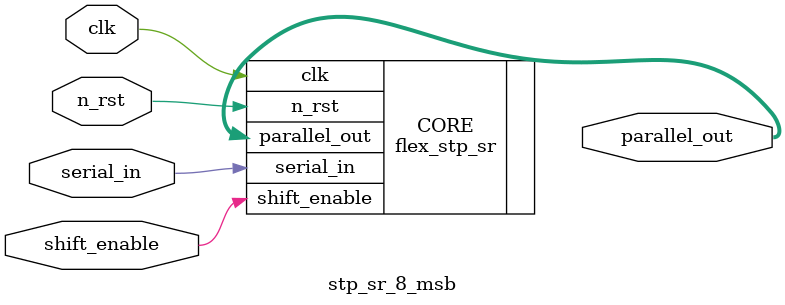
<source format=sv>

module stp_sr_8_msb
(
	input wire clk,
	input wire n_rst,
	input wire serial_in,
	input wire shift_enable,
	output wire [7:0] parallel_out 
);

	flex_stp_sr 
	#(
		.NUM_BITS(8),
		.SHIFT_MSB(1)
		)
	CORE(
		.clk(clk),
		.n_rst(n_rst),
		.serial_in(serial_in),
		.shift_enable(shift_enable),
		.parallel_out(parallel_out)
	);

endmodule

</source>
